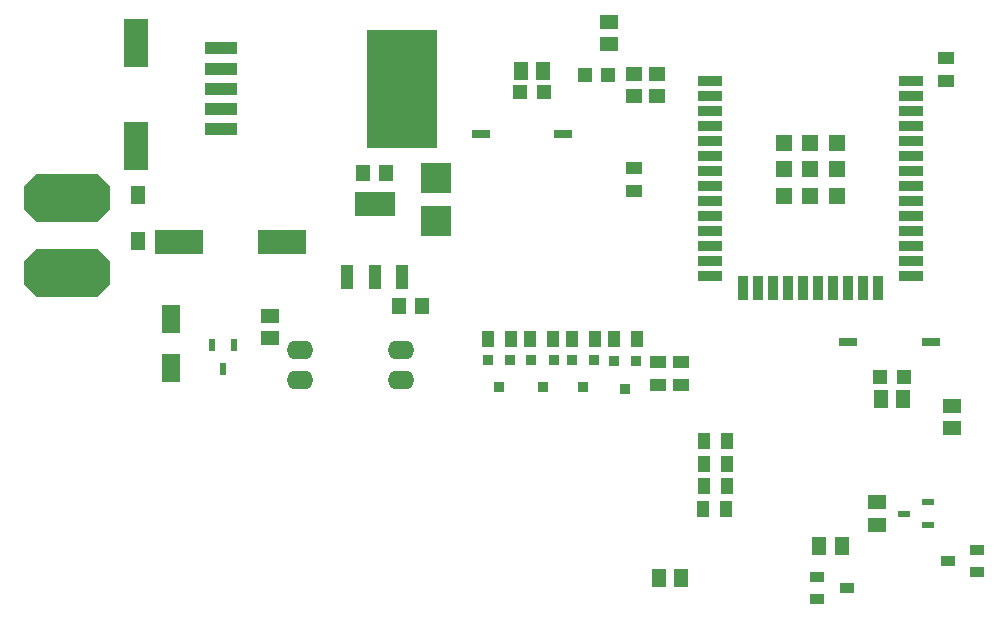
<source format=gtp>
G04*
G04 #@! TF.GenerationSoftware,Altium Limited,Altium Designer,21.0.8 (223)*
G04*
G04 Layer_Color=8421504*
%FSTAX25Y25*%
%MOIN*%
G70*
G04*
G04 #@! TF.SameCoordinates,ACC495E8-7B1D-45BE-8A89-05A210FF911E*
G04*
G04*
G04 #@! TF.FilePolarity,Positive*
G04*
G01*
G75*
%ADD19R,0.05236X0.05236*%
%ADD20R,0.07874X0.03543*%
%ADD21R,0.03543X0.07874*%
%ADD22R,0.06102X0.09252*%
%ADD23R,0.02362X0.03937*%
%ADD24R,0.09843X0.09843*%
G04:AMPARAMS|DCode=25|XSize=287.4mil|YSize=157.48mil|CornerRadius=0mil|HoleSize=0mil|Usage=FLASHONLY|Rotation=180.000|XOffset=0mil|YOffset=0mil|HoleType=Round|Shape=Octagon|*
%AMOCTAGOND25*
4,1,8,-0.14370,0.03937,-0.14370,-0.03937,-0.10433,-0.07874,0.10433,-0.07874,0.14370,-0.03937,0.14370,0.03937,0.10433,0.07874,-0.10433,0.07874,-0.14370,0.03937,0.0*
%
%ADD25OCTAGOND25*%

%ADD26R,0.16142X0.07874*%
%ADD27R,0.04724X0.05906*%
%ADD28R,0.05906X0.05118*%
%ADD29R,0.04724X0.05118*%
%ADD30R,0.05118X0.05906*%
%ADD31R,0.05000X0.05000*%
%ADD32R,0.06299X0.03150*%
%ADD33R,0.07874X0.16142*%
%ADD34R,0.23622X0.39370*%
%ADD35R,0.10827X0.04213*%
%ADD36R,0.04331X0.08465*%
%ADD37R,0.04331X0.08465*%
%ADD38R,0.13780X0.08465*%
%ADD39R,0.04724X0.05512*%
%ADD40O,0.08858X0.06299*%
%ADD41R,0.04134X0.05315*%
%ADD42R,0.03543X0.03740*%
%ADD43R,0.03543X0.03740*%
%ADD44R,0.05315X0.04134*%
%ADD45R,0.03937X0.02362*%
%ADD46R,0.04724X0.03347*%
%ADD47R,0.05512X0.04724*%
D19*
X0386Y0268468D02*
D03*
X0377213D02*
D03*
X0368425D02*
D03*
X0386Y0277256D02*
D03*
X0377213D02*
D03*
X0368425D02*
D03*
X0386Y0286043D02*
D03*
X0377213D02*
D03*
X0368425D02*
D03*
D20*
X0410677Y0306752D02*
D03*
Y0301752D02*
D03*
Y0296752D02*
D03*
Y0291752D02*
D03*
Y0286752D02*
D03*
Y0281752D02*
D03*
Y0276752D02*
D03*
Y0271752D02*
D03*
Y0266752D02*
D03*
Y0261752D02*
D03*
Y0256752D02*
D03*
Y0251752D02*
D03*
Y0246752D02*
D03*
Y0241752D02*
D03*
X0343748D02*
D03*
Y0246752D02*
D03*
Y0251752D02*
D03*
Y0256752D02*
D03*
Y0261752D02*
D03*
Y0266752D02*
D03*
Y0271752D02*
D03*
Y0276752D02*
D03*
Y0281752D02*
D03*
Y0286752D02*
D03*
Y0291752D02*
D03*
Y0296752D02*
D03*
Y0301752D02*
D03*
Y0306752D02*
D03*
D21*
X0399713Y0237815D02*
D03*
X0394713D02*
D03*
X0389713D02*
D03*
X0384713D02*
D03*
X0379713D02*
D03*
X0374713D02*
D03*
X0369713D02*
D03*
X0364713D02*
D03*
X0359713D02*
D03*
X0354713D02*
D03*
D22*
X0164Y0227453D02*
D03*
Y0210917D02*
D03*
D23*
X01815Y0210748D02*
D03*
X017776Y0218622D02*
D03*
X018524D02*
D03*
D24*
X02525Y0274468D02*
D03*
Y0259902D02*
D03*
D25*
X01295Y0242685D02*
D03*
Y0267685D02*
D03*
D26*
X0166874Y0253185D02*
D03*
X0201126D02*
D03*
D27*
X0153Y0268862D02*
D03*
Y0253508D02*
D03*
D28*
X031Y0318945D02*
D03*
Y0326425D02*
D03*
X0197Y0228426D02*
D03*
Y0220945D02*
D03*
X0399441Y0166236D02*
D03*
Y0158756D02*
D03*
X04245Y0198425D02*
D03*
Y0190945D02*
D03*
D29*
X0302161Y0308685D02*
D03*
X0309839D02*
D03*
D30*
X0288241Y031D02*
D03*
X028076D02*
D03*
X0334241Y0141185D02*
D03*
X032676D02*
D03*
X0408241Y0200685D02*
D03*
X040076D02*
D03*
X038774Y0151685D02*
D03*
X0380259D02*
D03*
D31*
X0280563Y0303D02*
D03*
X0288437D02*
D03*
X0400563Y0208185D02*
D03*
X0408437D02*
D03*
D32*
X0294882Y0288976D02*
D03*
X0267323D02*
D03*
X0389941Y0219685D02*
D03*
X04175D02*
D03*
D33*
X01525Y0319311D02*
D03*
Y0285059D02*
D03*
D34*
X0241193Y0304185D02*
D03*
D35*
X01809Y0290799D02*
D03*
Y0297492D02*
D03*
Y0304185D02*
D03*
Y0310878D02*
D03*
Y0317571D02*
D03*
D36*
X0222945Y024148D02*
D03*
X0241055D02*
D03*
D37*
X0232D02*
D03*
D38*
X0232Y026589D02*
D03*
D39*
X0247723Y0231698D02*
D03*
X0240243D02*
D03*
X0228277Y0276172D02*
D03*
X0235757D02*
D03*
D40*
X0240732Y0207185D02*
D03*
Y0217185D02*
D03*
X0207268D02*
D03*
Y0207185D02*
D03*
D41*
X0277339Y0220685D02*
D03*
X0269661D02*
D03*
X0291339D02*
D03*
X0283661D02*
D03*
X0305339D02*
D03*
X0297661D02*
D03*
X0319339D02*
D03*
X0311661D02*
D03*
X0341661Y0186685D02*
D03*
X0349339D02*
D03*
X0341661Y0179185D02*
D03*
X0349339D02*
D03*
X0341661Y0171685D02*
D03*
X0349339D02*
D03*
X03415Y0164185D02*
D03*
X0349177D02*
D03*
D42*
X02735Y0204559D02*
D03*
X027724Y0213811D02*
D03*
X0288Y0204559D02*
D03*
X029174Y0213811D02*
D03*
X03015Y0204559D02*
D03*
X030524Y0213811D02*
D03*
X03155Y0204185D02*
D03*
X031924Y0213437D02*
D03*
D43*
X026976Y0213811D02*
D03*
X028426D02*
D03*
X029776D02*
D03*
X031176Y0213437D02*
D03*
D44*
X03265Y0205346D02*
D03*
Y0213024D02*
D03*
X0334Y0205346D02*
D03*
Y0213024D02*
D03*
X04225Y0314339D02*
D03*
Y0306661D02*
D03*
X03185Y0277685D02*
D03*
Y0270008D02*
D03*
D45*
X0408504Y0162496D02*
D03*
X0416378Y0166236D02*
D03*
Y0158756D02*
D03*
D46*
X0432921Y0142945D02*
D03*
X04329Y0150385D02*
D03*
X0423079Y0146685D02*
D03*
X0389421Y0137685D02*
D03*
X03796Y0133985D02*
D03*
X0379579Y0141425D02*
D03*
D47*
X0325987Y0301743D02*
D03*
Y0309223D02*
D03*
X0318487Y0301743D02*
D03*
Y0309223D02*
D03*
M02*

</source>
